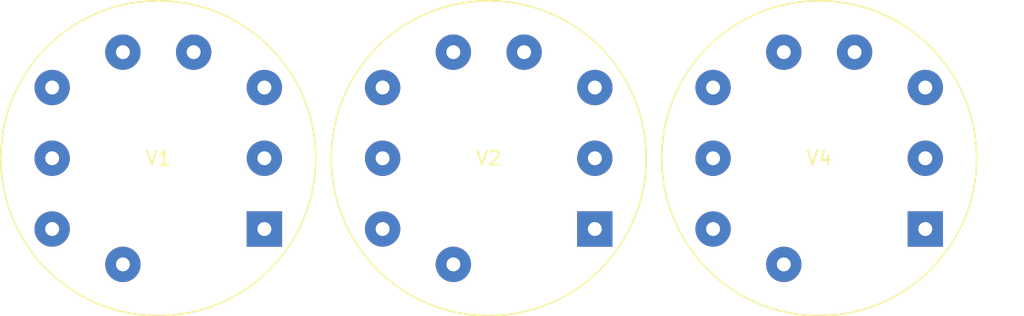
<source format=kicad_pcb>
(kicad_pcb (version 20211014) (generator pcbnew)
  (layers (0 "F.Cu" signal) (31 "B.Cu" signal) (34 "B.Paste" user) (35 "F.Paste" user) (36 "B.SilkS" user "B.Silkscreen") (37 "F.SilkS" user "F.Silkscreen") (38 "B.Mask" user) (39 "F.Mask" user) (44 "Edge.Cuts" user))
  (net 0 "")
  (footprint "Valve:Valve_Noval_P" (layer "F.Cu") (at 138.9 63.5)
    (fp_text reference "V4" (at -7.62 -5.08) (layer "F.SilkS"))
    (fp_text value "ECC83")
    (fp_circle (center -7.62 -5.08) (end 1.63 1.42) (layer "F.SilkS") (width 0.12) (fill none))
    (pad "1" thru_hole rect (at 0 0) (size 2.54 2.54) (drill 1) (layers *.Cu *.Mask))
    (pad "2" thru_hole circle (at 0 -5.08) (size 2.54 2.54) (drill 1) (layers *.Cu *.Mask))
    (pad "3" thru_hole circle (at 0 -10.16) (size 2.54 2.54) (drill 1) (layers *.Cu *.Mask))
    (pad "4" thru_hole circle (at -5.08 -12.7) (size 2.54 2.54) (drill 1) (layers *.Cu *.Mask))
    (pad "5" thru_hole circle (at -10.16 -12.7) (size 2.54 2.54) (drill 1) (layers *.Cu *.Mask))
    (pad "6" thru_hole circle (at -15.24 -10.16) (size 2.54 2.54) (drill 1) (layers *.Cu *.Mask))
    (pad "7" thru_hole circle (at -15.24 -5.08) (size 2.54 2.54) (drill 1) (layers *.Cu *.Mask))
    (pad "8" thru_hole circle (at -15.24 0) (size 2.54 2.54) (drill 1) (layers *.Cu *.Mask))
    (pad "9" thru_hole circle (at -10.16 2.54) (size 2.54 2.54) (drill 1) (layers *.Cu *.Mask))
  )
  (footprint "Valve:Valve_Noval_P" (layer "F.Cu") (at 115.17 63.5)
    (fp_text reference "V2" (at -7.62 -5.08) (layer "F.SilkS"))
    (fp_text value "ECC83")
    (fp_circle (center -7.62 -5.08) (end 1.63 1.42) (layer "F.SilkS") (width 0.12) (fill none))
    (pad "1" thru_hole rect (at 0 0) (size 2.54 2.54) (drill 1) (layers *.Cu *.Mask))
    (pad "2" thru_hole circle (at 0 -5.08) (size 2.54 2.54) (drill 1) (layers *.Cu *.Mask))
    (pad "3" thru_hole circle (at 0 -10.16) (size 2.54 2.54) (drill 1) (layers *.Cu *.Mask))
    (pad "4" thru_hole circle (at -5.08 -12.7) (size 2.54 2.54) (drill 1) (layers *.Cu *.Mask))
    (pad "5" thru_hole circle (at -10.16 -12.7) (size 2.54 2.54) (drill 1) (layers *.Cu *.Mask))
    (pad "6" thru_hole circle (at -15.24 -10.16) (size 2.54 2.54) (drill 1) (layers *.Cu *.Mask))
    (pad "7" thru_hole circle (at -15.24 -5.08) (size 2.54 2.54) (drill 1) (layers *.Cu *.Mask))
    (pad "8" thru_hole circle (at -15.24 0) (size 2.54 2.54) (drill 1) (layers *.Cu *.Mask))
    (pad "9" thru_hole circle (at -10.16 2.54) (size 2.54 2.54) (drill 1) (layers *.Cu *.Mask))
  )
  (footprint "Valve:Valve_Noval_P" (layer "F.Cu") (at 91.44 63.5)
    (fp_text reference "V1" (at -7.62 -5.08) (layer "F.SilkS"))
    (fp_text value "ECC88")
    (fp_circle (center -7.62 -5.08) (end 1.63 1.42) (layer "F.SilkS") (width 0.12) (fill none))
    (pad "1" thru_hole rect (at 0 0) (size 2.54 2.54) (drill 1) (layers *.Cu *.Mask))
    (pad "2" thru_hole circle (at 0 -5.08) (size 2.54 2.54) (drill 1) (layers *.Cu *.Mask))
    (pad "3" thru_hole circle (at 0 -10.16) (size 2.54 2.54) (drill 1) (layers *.Cu *.Mask))
    (pad "4" thru_hole circle (at -5.08 -12.7) (size 2.54 2.54) (drill 1) (layers *.Cu *.Mask))
    (pad "5" thru_hole circle (at -10.16 -12.7) (size 2.54 2.54) (drill 1) (layers *.Cu *.Mask))
    (pad "6" thru_hole circle (at -15.24 -10.16) (size 2.54 2.54) (drill 1) (layers *.Cu *.Mask))
    (pad "7" thru_hole circle (at -15.24 -5.08) (size 2.54 2.54) (drill 1) (layers *.Cu *.Mask))
    (pad "8" thru_hole circle (at -15.24 0) (size 2.54 2.54) (drill 1) (layers *.Cu *.Mask))
    (pad "9" thru_hole circle (at -10.16 2.54) (size 2.54 2.54) (drill 1) (layers *.Cu *.Mask))
  )
)
</source>
